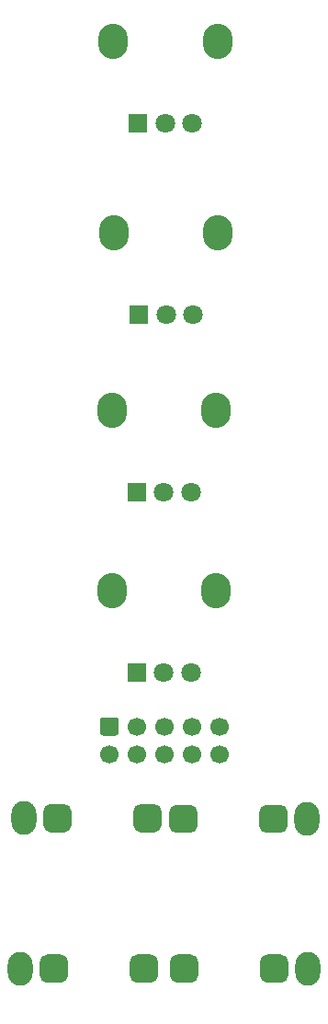
<source format=gbr>
G04 #@! TF.GenerationSoftware,KiCad,Pcbnew,(5.1.10-1-10_14)*
G04 #@! TF.CreationDate,2021-11-27T15:41:33+01:00*
G04 #@! TF.ProjectId,main,6d61696e-2e6b-4696-9361-645f70636258,rev?*
G04 #@! TF.SameCoordinates,Original*
G04 #@! TF.FileFunction,Soldermask,Top*
G04 #@! TF.FilePolarity,Negative*
%FSLAX46Y46*%
G04 Gerber Fmt 4.6, Leading zero omitted, Abs format (unit mm)*
G04 Created by KiCad (PCBNEW (5.1.10-1-10_14)) date 2021-11-27 15:41:33*
%MOMM*%
%LPD*%
G01*
G04 APERTURE LIST*
%ADD10O,2.720000X3.240000*%
%ADD11C,1.800000*%
%ADD12R,1.800000X1.800000*%
%ADD13O,2.300000X3.100000*%
%ADD14C,1.700000*%
G04 APERTURE END LIST*
D10*
X125018000Y-87369000D03*
X134618000Y-87369000D03*
D11*
X132318000Y-94869000D03*
X129818000Y-94869000D03*
D12*
X127318000Y-94869000D03*
D10*
X125018000Y-104006000D03*
X134618000Y-104006000D03*
D11*
X132318000Y-111506000D03*
X129818000Y-111506000D03*
D12*
X127318000Y-111506000D03*
D10*
X125144000Y-53460000D03*
X134744000Y-53460000D03*
D11*
X132444000Y-60960000D03*
X129944000Y-60960000D03*
D12*
X127444000Y-60960000D03*
D10*
X125208000Y-71049500D03*
X134808000Y-71049500D03*
D11*
X132508000Y-78549500D03*
X130008000Y-78549500D03*
D12*
X127508000Y-78549500D03*
G36*
G01*
X132318000Y-140048000D02*
X131018000Y-140048000D01*
G75*
G02*
X130368000Y-139398000I0J650000D01*
G01*
X130368000Y-138098000D01*
G75*
G02*
X131018000Y-137448000I650000J0D01*
G01*
X132318000Y-137448000D01*
G75*
G02*
X132968000Y-138098000I0J-650000D01*
G01*
X132968000Y-139398000D01*
G75*
G02*
X132318000Y-140048000I-650000J0D01*
G01*
G37*
D13*
X143068000Y-138748000D03*
G36*
G01*
X140618000Y-140048000D02*
X139318000Y-140048000D01*
G75*
G02*
X138668000Y-139398000I0J650000D01*
G01*
X138668000Y-138098000D01*
G75*
G02*
X139318000Y-137448000I650000J0D01*
G01*
X140618000Y-137448000D01*
G75*
G02*
X141268000Y-138098000I0J-650000D01*
G01*
X141268000Y-139398000D01*
G75*
G02*
X140618000Y-140048000I-650000J0D01*
G01*
G37*
G36*
G01*
X127333000Y-137448000D02*
X128633000Y-137448000D01*
G75*
G02*
X129283000Y-138098000I0J-650000D01*
G01*
X129283000Y-139398000D01*
G75*
G02*
X128633000Y-140048000I-650000J0D01*
G01*
X127333000Y-140048000D01*
G75*
G02*
X126683000Y-139398000I0J650000D01*
G01*
X126683000Y-138098000D01*
G75*
G02*
X127333000Y-137448000I650000J0D01*
G01*
G37*
X116583000Y-138748000D03*
G36*
G01*
X119033000Y-137448000D02*
X120333000Y-137448000D01*
G75*
G02*
X120983000Y-138098000I0J-650000D01*
G01*
X120983000Y-139398000D01*
G75*
G02*
X120333000Y-140048000I-650000J0D01*
G01*
X119033000Y-140048000D01*
G75*
G02*
X118383000Y-139398000I0J650000D01*
G01*
X118383000Y-138098000D01*
G75*
G02*
X119033000Y-137448000I650000J0D01*
G01*
G37*
D14*
X134938000Y-118999000D03*
X132398000Y-118999000D03*
X129858000Y-118999000D03*
X127318000Y-118999000D03*
X124778000Y-118999000D03*
X134938000Y-116459000D03*
X132398000Y-116459000D03*
X129858000Y-116459000D03*
X127318000Y-116459000D03*
G36*
G01*
X124178000Y-115609000D02*
X125378000Y-115609000D01*
G75*
G02*
X125628000Y-115859000I0J-250000D01*
G01*
X125628000Y-117059000D01*
G75*
G02*
X125378000Y-117309000I-250000J0D01*
G01*
X124178000Y-117309000D01*
G75*
G02*
X123928000Y-117059000I0J250000D01*
G01*
X123928000Y-115859000D01*
G75*
G02*
X124178000Y-115609000I250000J0D01*
G01*
G37*
G36*
G01*
X132255000Y-126268000D02*
X130955000Y-126268000D01*
G75*
G02*
X130305000Y-125618000I0J650000D01*
G01*
X130305000Y-124318000D01*
G75*
G02*
X130955000Y-123668000I650000J0D01*
G01*
X132255000Y-123668000D01*
G75*
G02*
X132905000Y-124318000I0J-650000D01*
G01*
X132905000Y-125618000D01*
G75*
G02*
X132255000Y-126268000I-650000J0D01*
G01*
G37*
D13*
X143005000Y-124968000D03*
G36*
G01*
X140555000Y-126268000D02*
X139255000Y-126268000D01*
G75*
G02*
X138605000Y-125618000I0J650000D01*
G01*
X138605000Y-124318000D01*
G75*
G02*
X139255000Y-123668000I650000J0D01*
G01*
X140555000Y-123668000D01*
G75*
G02*
X141205000Y-124318000I0J-650000D01*
G01*
X141205000Y-125618000D01*
G75*
G02*
X140555000Y-126268000I-650000J0D01*
G01*
G37*
G36*
G01*
X127650000Y-123604000D02*
X128950000Y-123604000D01*
G75*
G02*
X129600000Y-124254000I0J-650000D01*
G01*
X129600000Y-125554000D01*
G75*
G02*
X128950000Y-126204000I-650000J0D01*
G01*
X127650000Y-126204000D01*
G75*
G02*
X127000000Y-125554000I0J650000D01*
G01*
X127000000Y-124254000D01*
G75*
G02*
X127650000Y-123604000I650000J0D01*
G01*
G37*
X116900000Y-124904000D03*
G36*
G01*
X119350000Y-123604000D02*
X120650000Y-123604000D01*
G75*
G02*
X121300000Y-124254000I0J-650000D01*
G01*
X121300000Y-125554000D01*
G75*
G02*
X120650000Y-126204000I-650000J0D01*
G01*
X119350000Y-126204000D01*
G75*
G02*
X118700000Y-125554000I0J650000D01*
G01*
X118700000Y-124254000D01*
G75*
G02*
X119350000Y-123604000I650000J0D01*
G01*
G37*
M02*

</source>
